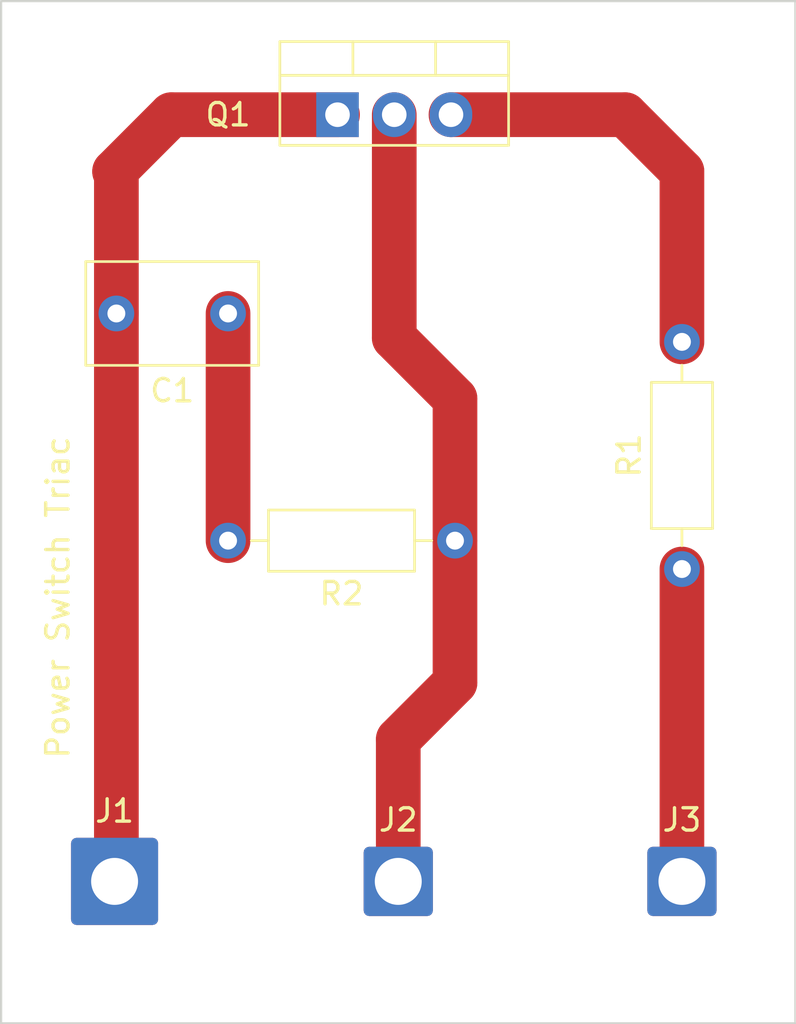
<source format=kicad_pcb>
(kicad_pcb (version 20211014) (generator pcbnew)
  (layers (0 "F.Cu" signal) (31 "B.Cu" signal) (34 "B.Paste" user) (35 "F.Paste" user) (36 "B.SilkS" user "B.Silkscreen") (37 "F.SilkS" user "F.Silkscreen") (38 "B.Mask" user) (39 "F.Mask" user) (44 "Edge.Cuts" user))
  (net 0 "")
  (net 1 "Net-(C1-Pad1)")
  (net 2 "Net-(Q1-Pad3)")
  (net 3 "Net-(Q1-Pad2)")
  (net 4 "Net-(R1-Pad1)")
  (net 5 "Net-(C1-Pad2)")
  (footprint "Connector_Wire:SolderWire-1.5sqmm_1x01_D1.7mm_OD3.9mm" (layer "F.Cu") (at 129.54 113.03)
    (fp_text reference "J1" (at 0 -3.15) (layer "F.SilkS"))
    (fp_text value "LOAD")
    (pad "1" thru_hole roundrect locked (at 0 0) (size 3.9 3.9) (drill 2.1) (layers *.Cu *.Mask) (roundrect_rratio 0.064103) (net 5 "Net-(C1-Pad2)"))
  )
  (footprint "Capacitor_THT:C_Disc_D7.5mm_W4.4mm_P5.00mm" (layer "F.Cu") (at 134.62 87.63 180)
    (fp_text reference "C1" (at 2.5 -3.45) (layer "F.SilkS"))
    (fp_text value "0.1uF")
    (fp_line (start -1.37 2.321) (end 6.37 2.321) (layer "F.SilkS") (width 0.12))
    (fp_line (start -1.37 -2.321) (end -1.37 2.321) (layer "F.SilkS") (width 0.12))
    (fp_line (start -1.37 -2.321) (end 6.37 -2.321) (layer "F.SilkS") (width 0.12))
    (fp_line (start 6.37 -2.321) (end 6.37 2.321) (layer "F.SilkS") (width 0.12))
    (pad "1" thru_hole circle locked (at 0 0 180) (size 1.6 1.6) (drill 0.8) (layers *.Cu *.Mask) (net 1 "Net-(C1-Pad1)"))
    (pad "2" thru_hole circle locked (at 5 0 180) (size 1.6 1.6) (drill 0.8) (layers *.Cu *.Mask) (net 5 "Net-(C1-Pad2)"))
  )
  (footprint "Package_TO_SOT_THT:TO-220-3_Vertical" (layer "F.Cu") (at 139.52 78.74)
    (fp_text reference "Q1" (at -4.9 0) (layer "F.SilkS"))
    (fp_text value "Q6030LH5")
    (fp_line (start -2.58 -1.76) (end 7.66 -1.76) (layer "F.SilkS") (width 0.12))
    (fp_line (start -2.58 -3.27) (end 7.66 -3.27) (layer "F.SilkS") (width 0.12))
    (fp_line (start -2.58 -3.27) (end -2.58 1.371) (layer "F.SilkS") (width 0.12))
    (fp_line (start -2.58 1.371) (end 7.66 1.371) (layer "F.SilkS") (width 0.12))
    (fp_line (start 4.391 -3.27) (end 4.391 -1.76) (layer "F.SilkS") (width 0.12))
    (fp_line (start 0.69 -3.27) (end 0.69 -1.76) (layer "F.SilkS") (width 0.12))
    (fp_line (start 7.66 -3.27) (end 7.66 1.371) (layer "F.SilkS") (width 0.12))
    (pad "1" thru_hole rect locked (at 0 0) (size 1.905 2) (drill 1.1) (layers *.Cu *.Mask) (net 5 "Net-(C1-Pad2)"))
    (pad "2" thru_hole oval locked (at 2.54 0) (size 1.905 2) (drill 1.1) (layers *.Cu *.Mask) (net 3 "Net-(Q1-Pad2)"))
    (pad "3" thru_hole oval locked (at 5.08 0) (size 1.905 2) (drill 1.1) (layers *.Cu *.Mask) (net 2 "Net-(Q1-Pad3)"))
  )
  (footprint "Resistor_THT:R_Axial_DIN0207_L6.3mm_D2.5mm_P10.16mm_Horizontal" (layer "F.Cu") (at 144.78 97.79 180)
    (fp_text reference "R2" (at 5.08 -2.37) (layer "F.SilkS"))
    (fp_text value "100")
    (fp_line (start 9.12 0) (end 8.35 0) (layer "F.SilkS") (width 0.12))
    (fp_line (start 8.35 1.37) (end 8.35 -1.37) (layer "F.SilkS") (width 0.12))
    (fp_line (start 1.04 0) (end 1.81 0) (layer "F.SilkS") (width 0.12))
    (fp_line (start 8.35 -1.37) (end 1.81 -1.37) (layer "F.SilkS") (width 0.12))
    (fp_line (start 1.81 -1.37) (end 1.81 1.37) (layer "F.SilkS") (width 0.12))
    (fp_line (start 1.81 1.37) (end 8.35 1.37) (layer "F.SilkS") (width 0.12))
    (pad "1" thru_hole circle locked (at 0 0 180) (size 1.6 1.6) (drill 0.8) (layers *.Cu *.Mask) (net 3 "Net-(Q1-Pad2)"))
    (pad "2" thru_hole oval locked (at 10.16 0 180) (size 1.6 1.6) (drill 0.8) (layers *.Cu *.Mask) (net 1 "Net-(C1-Pad1)"))
  )
  (footprint "Connector_Wire:SolderWire-1.5sqmm_1x01_D1.7mm_OD3mm" (layer "F.Cu") (at 142.24 113.03)
    (fp_text reference "J2" (at 0 -2.75) (layer "F.SilkS"))
    (fp_text value "HOT")
    (pad "1" thru_hole roundrect locked (at 0 0) (size 3.1 3.1) (drill 2.1) (layers *.Cu *.Mask) (roundrect_rratio 0.080645) (net 3 "Net-(Q1-Pad2)"))
  )
  (footprint "Resistor_THT:R_Axial_DIN0207_L6.3mm_D2.5mm_P10.16mm_Horizontal" (layer "F.Cu") (at 154.94 99.06 90)
    (fp_text reference "R1" (at 5.08 -2.37 90) (layer "F.SilkS"))
    (fp_text value "100")
    (fp_line (start 1.04 0) (end 1.81 0) (layer "F.SilkS") (width 0.12))
    (fp_line (start 1.81 1.37) (end 8.35 1.37) (layer "F.SilkS") (width 0.12))
    (fp_line (start 9.12 0) (end 8.35 0) (layer "F.SilkS") (width 0.12))
    (fp_line (start 8.35 1.37) (end 8.35 -1.37) (layer "F.SilkS") (width 0.12))
    (fp_line (start 1.81 -1.37) (end 1.81 1.37) (layer "F.SilkS") (width 0.12))
    (fp_line (start 8.35 -1.37) (end 1.81 -1.37) (layer "F.SilkS") (width 0.12))
    (pad "1" thru_hole circle locked (at 0 0 90) (size 1.6 1.6) (drill 0.8) (layers *.Cu *.Mask) (net 4 "Net-(R1-Pad1)"))
    (pad "2" thru_hole oval locked (at 10.16 0 90) (size 1.6 1.6) (drill 0.8) (layers *.Cu *.Mask) (net 2 "Net-(Q1-Pad3)"))
  )
  (footprint "Connector_Wire:SolderWire-1.5sqmm_1x01_D1.7mm_OD3mm" (layer "F.Cu") (at 154.94 113.03)
    (fp_text reference "J3" (at 0 -2.75) (layer "F.SilkS"))
    (fp_text value "SWITCH")
    (pad "1" thru_hole roundrect locked (at 0 0) (size 3.1 3.1) (drill 2.1) (layers *.Cu *.Mask) (roundrect_rratio 0.080645) (net 4 "Net-(R1-Pad1)"))
  )
  (gr_rect (start 124.46 73.66) (end 160.02 119.38) (layer "Edge.Cuts") (width 0.1) (fill none))
  (gr_text "Power Switch Triac" (at 127 100.33 90) (layer "F.SilkS") (effects (font (size 1 1))))
  (segment (start 134.62 87.63) (end 134.62 97.79) (width 2) (layer "F.Cu") (net 1))
  (segment (start 152.4 78.74) (end 154.94 81.28) (width 2) (layer "F.Cu") (net 2))
  (segment (start 144.6 78.74) (end 152.4 78.74) (width 2) (layer "F.Cu") (net 2))
  (segment (start 154.94 81.28) (end 154.94 88.9) (width 2) (layer "F.Cu") (net 2))
  (segment (start 144.78 97.79) (end 144.78 91.44) (width 2) (layer "F.Cu") (net 3))
  (segment (start 144.78 91.44) (end 142.06 88.72) (width 2) (layer "F.Cu") (net 3))
  (segment (start 144.78 104.14) (end 144.78 97.79) (width 2) (layer "F.Cu") (net 3))
  (segment (start 142.24 113.03) (end 142.24 106.68) (width 2) (layer "F.Cu") (net 3))
  (segment (start 142.24 106.68) (end 144.78 104.14) (width 2) (layer "F.Cu") (net 3))
  (segment (start 142.06 88.72) (end 142.06 78.74) (width 2) (layer "F.Cu") (net 3))
  (segment (start 154.94 99.06) (end 154.94 113.03) (width 2) (layer "F.Cu") (net 4))
  (segment (start 129.62 87.63) (end 129.62 112.95) (width 2) (layer "F.Cu") (net 5))
  (segment (start 129.62 112.95) (end 129.54 113.03) (width 2) (layer "F.Cu") (net 5))
  (segment (start 132.08 78.74) (end 129.54 81.28) (width 2) (layer "F.Cu") (net 5))
  (segment (start 129.54 81.28) (end 129.62 81.36) (width 2) (layer "F.Cu") (net 5))
  (segment (start 139.52 78.74) (end 132.08 78.74) (width 2) (layer "F.Cu") (net 5))
  (segment (start 129.62 81.36) (end 129.62 87.63) (width 2) (layer "F.Cu") (net 5))
)
</source>
